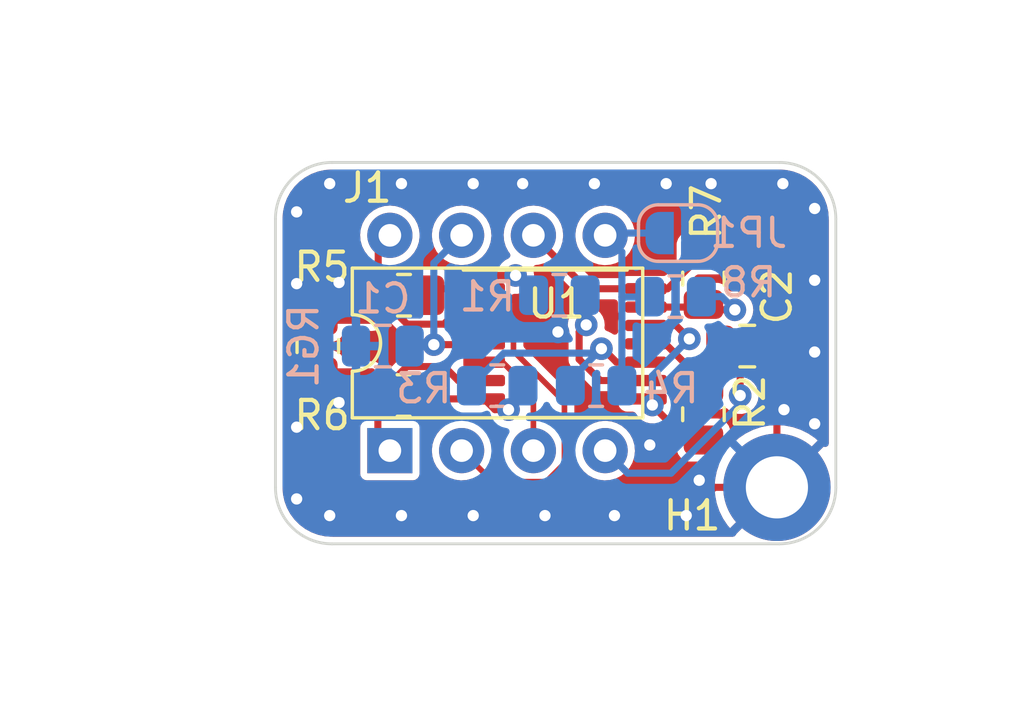
<source format=kicad_pcb>
(kicad_pcb (version 20211014) (generator pcbnew)
  (layers (0 "F.Cu" signal) (31 "B.Cu" signal) (34 "B.Paste" user) (35 "F.Paste" user) (36 "B.SilkS" user "B.Silkscreen") (37 "F.SilkS" user "F.Silkscreen") (38 "B.Mask" user) (39 "F.Mask" user) (44 "Edge.Cuts" user))
  (net 0 "")
  (net 1 "Net-(R1-Pad1)")
  (net 2 "Net-(R1-Pad2)")
  (net 3 "Net-(R2-Pad2)")
  (net 4 "Net-(R6-Pad1)")
  (net 5 "Net-(R3-Pad2)")
  (net 6 "REF")
  (net 7 "RG1")
  (net 8 "RG8")
  (net 9 "Net-(R7-Pad1)")
  (net 10 "Vout")
  (net 11 "GND")
  (net 12 "Vin-")
  (net 13 "Vin+")
  (net 14 "+5V")
  (net 15 "-5V")
  (footprint "Resistor_SMD:R_0805_2012Metric" (layer "F.Cu") (at 120.7875 89.75 180)
    (fp_text reference "R6" (at 2.8875 -0.7) (layer "F.SilkS"))
    (fp_text value "10k")
    (fp_line (start -0.227064 -0.735) (end 0.227064 -0.735) (layer "F.SilkS") (width 0.12))
    (fp_line (start -0.227064 0.735) (end 0.227064 0.735) (layer "F.SilkS") (width 0.12))
    (pad "1" smd roundrect locked (at -0.9125 0 180) (size 1.025 1.4) (layers "F.Cu" "F.Paste" "F.Mask") (roundrect_rratio 0.243902439) (net 4 "Net-(R6-Pad1)"))
    (pad "2" smd roundrect locked (at 0.9125 0 180) (size 1.025 1.4) (layers "F.Cu" "F.Paste" "F.Mask") (roundrect_rratio 0.243902439) (net 7 "RG1"))
  )
  (footprint "Capacitor_SMD:C_0805_2012Metric" (layer "F.Cu") (at 132.95 88)
    (fp_text reference "C2" (at 1.05 -1.75 90) (layer "F.SilkS"))
    (fp_text value "C")
    (fp_line (start -0.261252 -0.735) (end 0.261252 -0.735) (layer "F.SilkS") (width 0.12))
    (fp_line (start -0.261252 0.735) (end 0.261252 0.735) (layer "F.SilkS") (width 0.12))
    (pad "1" smd roundrect locked (at -0.95 0) (size 1 1.45) (layers "F.Cu" "F.Paste" "F.Mask") (net 15 "-5V"))
    (pad "2" smd roundrect locked (at 0.95 0) (size 1 1.45) (layers "F.Cu" "F.Paste" "F.Mask") (net 11 "GND"))
  )
  (footprint "Resistor_SMD:R_0805_2012Metric" (layer "F.Cu") (at 120.8 86.2)
    (fp_text reference "R5" (at -2.9 -1) (layer "F.SilkS"))
    (fp_text value "10k")
    (fp_line (start -0.227064 0.735) (end 0.227064 0.735) (layer "F.SilkS") (width 0.12))
    (fp_line (start -0.227064 -0.735) (end 0.227064 -0.735) (layer "F.SilkS") (width 0.12))
    (pad "1" smd roundrect locked (at -0.9125 0) (size 1.025 1.4) (layers "F.Cu" "F.Paste" "F.Mask") (roundrect_rratio 0.243902439) (net 8 "RG8"))
    (pad "2" smd roundrect locked (at 0.9125 0) (size 1.025 1.4) (layers "F.Cu" "F.Paste" "F.Mask") (roundrect_rratio 0.243902439) (net 1 "Net-(R1-Pad1)"))
  )
  (footprint "Resistor_SMD:R_0805_2012Metric" (layer "F.Cu") (at 131.4 90.4125 -90)
    (fp_text reference "R2" (at -0.4125 -1.65 90) (layer "F.SilkS"))
    (fp_text value "10k")
    (fp_line (start -0.227064 -0.735) (end 0.227064 -0.735) (layer "F.SilkS") (width 0.12))
    (fp_line (start -0.227064 0.735) (end 0.227064 0.735) (layer "F.SilkS") (width 0.12))
    (pad "1" smd roundrect locked (at -0.9125 0 270) (size 1.025 1.4) (layers "F.Cu" "F.Paste" "F.Mask") (roundrect_rratio 0.243902439) (net 2 "Net-(R1-Pad2)"))
    (pad "2" smd roundrect locked (at 0.9125 0 270) (size 1.025 1.4) (layers "F.Cu" "F.Paste" "F.Mask") (roundrect_rratio 0.243902439) (net 3 "Net-(R2-Pad2)"))
  )
  (footprint "Package_SO:TSSOP-14_4.4x5mm_P0.65mm" (layer "F.Cu") (at 126.5 87.92)
    (fp_text reference "U1" (at -0.3 -1.42) (layer "F.SilkS"))
    (fp_text value "TL084")
    (fp_line (start 0 2.61) (end -2.2 2.61) (layer "F.SilkS") (width 0.12))
    (fp_line (start 0 -2.61) (end -3.6 -2.61) (layer "F.SilkS") (width 0.12))
    (fp_line (start 0 2.61) (end 2.2 2.61) (layer "F.SilkS") (width 0.12))
    (fp_line (start 0 -2.61) (end 2.2 -2.61) (layer "F.SilkS") (width 0.12))
    (pad "1" smd roundrect locked (at -2.8625 -1.95) (size 1.475 0.4) (layers "F.Cu" "F.Paste" "F.Mask") (net 1 "Net-(R1-Pad1)"))
    (pad "2" smd roundrect locked (at -2.8625 -1.3) (size 1.475 0.4) (layers "F.Cu" "F.Paste" "F.Mask") (net 8 "RG8"))
    (pad "3" smd roundrect locked (at -2.8625 -0.65) (size 1.475 0.4) (layers "F.Cu" "F.Paste" "F.Mask") (net 12 "Vin-"))
    (pad "4" smd roundrect locked (at -2.8625 0) (size 1.475 0.4) (layers "F.Cu" "F.Paste" "F.Mask") (net 14 "+5V"))
    (pad "5" smd roundrect locked (at -2.8625 0.65) (size 1.475 0.4) (layers "F.Cu" "F.Paste" "F.Mask") (net 13 "Vin+"))
    (pad "6" smd roundrect locked (at -2.8625 1.3) (size 1.475 0.4) (layers "F.Cu" "F.Paste" "F.Mask") (net 7 "RG1"))
    (pad "7" smd roundrect locked (at -2.8625 1.95) (size 1.475 0.4) (layers "F.Cu" "F.Paste" "F.Mask") (net 4 "Net-(R6-Pad1)"))
    (pad "8" smd roundrect locked (at 2.8625 1.95) (size 1.475 0.4) (layers "F.Cu" "F.Paste" "F.Mask") (net 3 "Net-(R2-Pad2)"))
    (pad "9" smd roundrect locked (at 2.8625 1.3) (size 1.475 0.4) (layers "F.Cu" "F.Paste" "F.Mask") (net 2 "Net-(R1-Pad2)"))
    (pad "10" smd roundrect locked (at 2.8625 0.65) (size 1.475 0.4) (layers "F.Cu" "F.Paste" "F.Mask") (net 5 "Net-(R3-Pad2)"))
    (pad "11" smd roundrect locked (at 2.8625 0) (size 1.475 0.4) (layers "F.Cu" "F.Paste" "F.Mask") (net 15 "-5V"))
    (pad "12" smd roundrect locked (at 2.8625 -0.65) (size 1.475 0.4) (layers "F.Cu" "F.Paste" "F.Mask") (net 3 "Net-(R2-Pad2)"))
    (pad "13" smd roundrect locked (at 2.8625 -1.3) (size 1.475 0.4) (layers "F.Cu" "F.Paste" "F.Mask") (net 9 "Net-(R7-Pad1)"))
    (pad "14" smd roundrect locked (at 2.8625 -1.95) (size 1.475 0.4) (layers "F.Cu" "F.Paste" "F.Mask") (net 10 "Vout"))
  )
  (footprint "Resistor_SMD:R_0805_2012Metric" (layer "F.Cu") (at 117.75 88 -90)
    (fp_text reference "RG1" (at 0 0.5 -270) (layer "B.SilkS") (effects (justify mirror)))
    (fp_text value "R")
    (fp_line (start -0.227064 0.735) (end 0.227064 0.735) (layer "F.SilkS") (width 0.12))
    (fp_line (start -0.227064 -0.735) (end 0.227064 -0.735) (layer "F.SilkS") (width 0.12))
    (pad "1" smd roundrect locked (at -0.9125 0 270) (size 1.025 1.4) (layers "F.Cu" "F.Paste" "F.Mask") (roundrect_rratio 0.243902439) (net 8 "RG8"))
    (pad "2" smd roundrect locked (at 0.9125 0 270) (size 1.025 1.4) (layers "F.Cu" "F.Paste" "F.Mask") (roundrect_rratio 0.243902439) (net 7 "RG1"))
  )
  (footprint "MountingHole:MountingHole_2.2mm_M2_DIN965_Pad" (layer "F.Cu") (at 134 93)
    (fp_text reference "H1" (at -3 1) (layer "F.SilkS"))
    (fp_text value "MountingHole_Pad")
    (pad "1" thru_hole circle locked (at 0 0) (size 3.8 3.8) (drill 2.2) (layers *.Cu *.Mask) (net 11 "GND"))
  )
  (footprint "Package_DIP:DIP-8_W7.62mm" (layer "F.Cu") (at 120.3 91.7 90)
    (fp_text reference "J1" (at 9.3 -0.8 180) (layer "F.SilkS"))
    (fp_text value "Conn_02x04_Counter_Clockwise")
    (fp_line (start 1.16 8.95) (end 6.46 8.95) (layer "F.SilkS") (width 0.12))
    (fp_line (start 6.46 -1.33) (end 4.81 -1.33) (layer "F.SilkS") (width 0.12))
    (fp_line (start 6.46 8.95) (end 6.46 -1.33) (layer "F.SilkS") (width 0.12))
    (fp_line (start 1.16 -1.33) (end 1.16 8.95) (layer "F.SilkS") (width 0.12))
    (fp_line (start 2.81 -1.33) (end 1.16 -1.33) (layer "F.SilkS") (width 0.12))
    (fp_arc (start 4.81 -1.33) (mid 3.81 -0.33) (end 2.81 -1.33) (layer "F.SilkS") (width 0.12))
    (pad "1" thru_hole rect locked (at 0 0 90) (size 1.6 1.6) (drill 0.8) (layers *.Cu *.Mask) (net 7 "RG1"))
    (pad "2" thru_hole oval locked (at 0 2.54 90) (size 1.6 1.6) (drill 0.8) (layers *.Cu *.Mask) (net 12 "Vin-"))
    (pad "3" thru_hole oval locked (at 0 5.08 90) (size 1.6 1.6) (drill 0.8) (layers *.Cu *.Mask) (net 13 "Vin+"))
    (pad "4" thru_hole oval locked (at 0 7.62 90) (size 1.6 1.6) (drill 0.8) (layers *.Cu *.Mask) (net 15 "-5V"))
    (pad "5" thru_hole oval locked (at 7.62 7.62 90) (size 1.6 1.6) (drill 0.8) (layers *.Cu *.Mask) (net 6 "REF"))
    (pad "6" thru_hole oval locked (at 7.62 5.08 90) (size 1.6 1.6) (drill 0.8) (layers *.Cu *.Mask) (net 10 "Vout"))
    (pad "7" thru_hole oval locked (at 7.62 2.54 90) (size 1.6 1.6) (drill 0.8) (layers *.Cu *.Mask) (net 14 "+5V"))
    (pad "8" thru_hole oval locked (at 7.62 0 90) (size 1.6 1.6) (drill 0.8) (layers *.Cu *.Mask) (net 8 "RG8"))
  )
  (footprint "Resistor_SMD:R_0805_2012Metric" (layer "F.Cu") (at 131.4 85.6125 90)
    (fp_text reference "R7" (at 2.3625 0.1 90) (layer "F.SilkS"))
    (fp_text value "10k")
    (fp_line (start -0.227064 -0.735) (end 0.227064 -0.735) (layer "F.SilkS") (width 0.12))
    (fp_line (start -0.227064 0.735) (end 0.227064 0.735) (layer "F.SilkS") (width 0.12))
    (pad "1" smd roundrect locked (at -0.9125 0 90) (size 1.025 1.4) (layers "F.Cu" "F.Paste" "F.Mask") (roundrect_rratio 0.243902439) (net 9 "Net-(R7-Pad1)"))
    (pad "2" smd roundrect locked (at 0.9125 0 90) (size 1.025 1.4) (layers "F.Cu" "F.Paste" "F.Mask") (roundrect_rratio 0.243902439) (net 10 "Vout"))
  )
  (footprint "Resistor_SMD:R_0805_2012Metric" (layer "B.Cu") (at 127.6 89.4)
    (fp_text reference "R4" (at 2.65 0.1) (layer "B.SilkS") (effects (justify mirror)))
    (fp_text value "10k")
    (fp_line (start -0.227064 -0.735) (end 0.227064 -0.735) (layer "B.SilkS") (width 0.12))
    (fp_line (start -0.227064 0.735) (end 0.227064 0.735) (layer "B.SilkS") (width 0.12))
    (pad "1" smd roundrect locked (at -0.9125 0) (size 1.025 1.4) (layers "B.Cu" "B.Paste" "B.Mask") (roundrect_rratio 0.243902439) (net 5 "Net-(R3-Pad2)"))
    (pad "2" smd roundrect locked (at 0.9125 0) (size 1.025 1.4) (layers "B.Cu" "B.Paste" "B.Mask") (roundrect_rratio 0.243902439) (net 6 "REF"))
  )
  (footprint "Resistor_SMD:R_0805_2012Metric" (layer "B.Cu") (at 126.3 86.2)
    (fp_text reference "R1" (at -2.55 0.05) (layer "B.SilkS") (effects (justify mirror)))
    (fp_text value "10k")
    (fp_line (start -0.227064 -0.735) (end 0.227064 -0.735) (layer "B.SilkS") (width 0.12))
    (fp_line (start -0.227064 0.735) (end 0.227064 0.735) (layer "B.SilkS") (width 0.12))
    (pad "1" smd roundrect locked (at -0.9125 0) (size 1.025 1.4) (layers "B.Cu" "B.Paste" "B.Mask") (roundrect_rratio 0.243902439) (net 1 "Net-(R1-Pad1)"))
    (pad "2" smd roundrect locked (at 0.9125 0) (size 1.025 1.4) (layers "B.Cu" "B.Paste" "B.Mask") (roundrect_rratio 0.243902439) (net 2 "Net-(R1-Pad2)"))
  )
  (footprint "Capacitor_SMD:C_0805_2012Metric" (layer "B.Cu") (at 120.05 88 180)
    (fp_text reference "C1" (at 0 1.68) (layer "B.SilkS") (effects (justify mirror)))
    (fp_text value "C")
    (fp_line (start -0.261252 -0.735) (end 0.261252 -0.735) (layer "B.SilkS") (width 0.12))
    (fp_line (start -0.261252 0.735) (end 0.261252 0.735) (layer "B.SilkS") (width 0.12))
    (pad "1" smd roundrect locked (at -0.95 0 180) (size 1 1.45) (layers "B.Cu" "B.Paste" "B.Mask") (net 14 "+5V"))
    (pad "2" smd roundrect locked (at 0.95 0 180) (size 1 1.45) (layers "B.Cu" "B.Paste" "B.Mask") (net 11 "GND"))
  )
  (footprint "Jumper:SolderJumper-2_P1.3mm_Open_RoundedPad1.0x1.5mm" (layer "B.Cu") (at 130.5 84)
    (fp_text reference "JP1" (at 2.5 0) (layer "B.SilkS") (effects (justify mirror)))
    (fp_text value "SolderJumper_2_Open")
    (fp_line (start -1.4 -0.3) (end -1.4 0.3) (layer "B.SilkS") (width 0.12))
    (fp_line (start -0.7 1) (end 0.7 1) (layer "B.SilkS") (width 0.12))
    (fp_line (start 0.7 -1) (end -0.7 -1) (layer "B.SilkS") (width 0.12))
    (fp_line (start 1.4 0.3) (end 1.4 -0.3) (layer "B.SilkS") (width 0.12))
    (fp_arc (start 0.7 -1) (mid 1.194975 -0.794975) (end 1.4 -0.3) (layer "B.SilkS") (width 0.12))
    (fp_arc (start -0.7 1) (mid -1.194975 0.794975) (end -1.4 0.3) (layer "B.SilkS") (width 0.12))
    (fp_arc (start -1.4 -0.3) (mid -1.194975 -0.794975) (end -0.7 -1) (layer "B.SilkS") (width 0.12))
    (fp_arc (start 1.4 0.3) (mid 1.194975 0.794975) (end 0.7 1) (layer "B.SilkS") (width 0.12))
    (pad "1" smd custom locked (at -0.65 0) (size 1 0.5) (layers "B.Cu" "B.Mask") (net 6 "REF") (options (clearance outline) (anchor rect)) (primitives (gr_circle (center 0 -0.25) (end 0.5 -0.25) (width 0) (fill yes)) (gr_circle (center 0 0.25) (end 0.5 0.25) (width 0) (fill yes)) (gr_poly (pts (xy 0.5 0.75) (xy 0 0.75) (xy 0 -0.75) (xy 0.5 -0.75)) (width 0) (fill yes))))
    (pad "2" smd custom locked (at 0.65 0) (size 1 0.5) (layers "B.Cu" "B.Mask") (net 11 "GND") (options (clearance outline) (anchor rect)) (primitives (gr_circle (center 0 -0.25) (end 0.5 -0.25) (width 0) (fill yes)) (gr_circle (center 0 0.25) (end 0.5 0.25) (width 0) (fill yes)) (gr_poly (pts (xy 0 0.75) (xy -0.5 0.75) (xy -0.5 -0.75) (xy 0 -0.75)) (width 0) (fill yes))))
  )
  (footprint "Resistor_SMD:R_0805_2012Metric" (layer "B.Cu") (at 124.1 89.4 180)
    (fp_text reference "R3" (at 2.6 -0.1) (layer "B.SilkS") (effects (justify mirror)))
    (fp_text value "10k")
    (fp_line (start -0.227064 0.735) (end 0.227064 0.735) (layer "B.SilkS") (width 0.12))
    (fp_line (start -0.227064 -0.735) (end 0.227064 -0.735) (layer "B.SilkS") (width 0.12))
    (pad "1" smd roundrect locked (at -0.9125 0 180) (size 1.025 1.4) (layers "B.Cu" "B.Paste" "B.Mask") (roundrect_rratio 0.243902439) (net 4 "Net-(R6-Pad1)"))
    (pad "2" smd roundrect locked (at 0.9125 0 180) (size 1.025 1.4) (layers "B.Cu" "B.Paste" "B.Mask") (roundrect_rratio 0.243902439) (net 5 "Net-(R3-Pad2)"))
  )
  (footprint "Resistor_SMD:R_0805_2012Metric" (layer "B.Cu") (at 130.4125 86.25)
    (fp_text reference "R8" (at 2.5875 -0.5) (layer "B.SilkS") (effects (justify mirror)))
    (fp_text value "10k")
    (fp_line (start -0.227064 0.735) (end 0.227064 0.735) (layer "B.SilkS") (width 0.12))
    (fp_line (start -0.227064 -0.735) (end 0.227064 -0.735) (layer "B.SilkS") (width 0.12))
    (pad "1" smd roundrect locked (at -0.9125 0) (size 1.025 1.4) (layers "B.Cu" "B.Paste" "B.Mask") (roundrect_rratio 0.243902439) (net 6 "REF"))
    (pad "2" smd roundrect locked (at 0.9125 0) (size 1.025 1.4) (layers "B.Cu" "B.Paste" "B.Mask") (roundrect_rratio 0.243902439) (net 9 "Net-(R7-Pad1)"))
  )
  (gr_line (start 116.25 83.5) (end 116.25 93) (layer "Edge.Cuts") (width 0.1))
  (gr_line (start 118.25 81.5) (end 134.085786 81.5) (layer "Edge.Cuts") (width 0.1))
  (gr_arc (start 136.085786 93) (mid 135.5 94.414214) (end 134.085786 95) (layer "Edge.Cuts") (width 0.1))
  (gr_arc (start 116.25 83.5) (mid 116.835786 82.085786) (end 118.25 81.5) (layer "Edge.Cuts") (width 0.1))
  (gr_line (start 136.085786 93) (end 136.085786 83.5) (layer "Edge.Cuts") (width 0.1))
  (gr_line (start 118.25 95) (end 134.085786 95) (layer "Edge.Cuts") (width 0.1))
  (gr_arc (start 118.25 95) (mid 116.835786 94.414214) (end 116.25 93) (layer "Edge.Cuts") (width 0.1))
  (gr_arc (start 134.085786 81.5) (mid 135.5 82.085786) (end 136.085786 83.5) (layer "Edge.Cuts") (width 0.1))
  (segment (start 124.75 85.5) (end 124.1075 85.5) (width 0.25) (layer "F.Cu") (net 1))
  (segment (start 121.9425 85.97) (end 121.7125 86.2) (width 0.25) (layer "F.Cu") (net 1))
  (segment (start 123.6375 85.97) (end 121.9425 85.97) (width 0.25) (layer "F.Cu") (net 1))
  (segment (start 124.1075 85.5) (end 123.6375 85.97) (width 0.25) (layer "F.Cu") (net 1))
  (via (at 124.75 85.5) (size 0.8) (drill 0.4) (layers "F.Cu" "B.Cu") (net 1))
  (segment (start 125.3875 86.2) (end 125.3875 86.1375) (width 0.25) (layer "B.Cu") (net 1))
  (segment (start 125.3875 86.1375) (end 124.75 85.5) (width 0.25) (layer "B.Cu") (net 1))
  (segment (start 127 88.47) (end 127 87.5) (width 0.25) (layer "F.Cu") (net 2))
  (segment (start 129.3625 89.22) (end 127.75 89.22) (width 0.25) (layer "F.Cu") (net 2))
  (segment (start 129.3625 89.22) (end 131.12 89.22) (width 0.25) (layer "F.Cu") (net 2))
  (segment (start 127 87.5) (end 127.25 87.25) (width 0.25) (layer "F.Cu") (net 2))
  (segment (start 131.12 89.22) (end 131.4 89.5) (width 0.25) (layer "F.Cu") (net 2))
  (segment (start 127.75 89.22) (end 127 88.47) (width 0.25) (layer "F.Cu") (net 2))
  (via (at 127.25 87.25) (size 0.8) (drill 0.4) (layers "F.Cu" "B.Cu") (net 2))
  (segment (start 127.25 87.25) (end 127.25 86.2375) (width 0.25) (layer "B.Cu") (net 2))
  (segment (start 127.25 86.2375) (end 127.2125 86.2) (width 0.25) (layer "B.Cu") (net 2))
  (segment (start 131.4 91.325) (end 130.8175 91.325) (width 0.25) (layer "F.Cu") (net 3))
  (segment (start 130.42635 87.27) (end 130.9005 87.74415) (width 0.25) (layer "F.Cu") (net 3))
  (segment (start 129.3625 87.27) (end 130.42635 87.27) (width 0.25) (layer "F.Cu") (net 3))
  (segment (start 130.8175 91.325) (end 129.3625 89.87) (width 0.25) (layer "F.Cu") (net 3))
  (via (at 130.9005 87.74415) (size 0.8) (drill 0.4) (layers "F.Cu" "B.Cu") (net 3))
  (via (at 129.59121 90.085485) (size 0.8) (drill 0.4) (layers "F.Cu" "B.Cu") (net 3))
  (segment (start 129.59121 89.05344) (end 129.59121 90.085485) (width 0.25) (layer "B.Cu") (net 3))
  (segment (start 130.9005 87.74415) (end 129.59121 89.05344) (width 0.25) (layer "B.Cu") (net 3))
  (segment (start 124.5 90.25) (end 124.0175 90.25) (width 0.25) (layer "F.Cu") (net 4))
  (segment (start 124.0175 90.25) (end 123.6375 89.87) (width 0.25) (layer "F.Cu") (net 4))
  (segment (start 121.7 89.4) (end 122.17 89.87) (width 0.25) (layer "F.Cu") (net 4))
  (segment (start 122.17 89.87) (end 123.6375 89.87) (width 0.25) (layer "F.Cu") (net 4))
  (via (at 124.5 90.25) (size 0.8) (drill 0.4) (layers "F.Cu" "B.Cu") (net 4))
  (segment (start 125.0125 89.7375) (end 124.5 90.25) (width 0.25) (layer "B.Cu") (net 4))
  (segment (start 125.0125 89.4) (end 125.0125 89.7375) (width 0.25) (layer "B.Cu") (net 4))
  (segment (start 128.32 88.57) (end 129.3625 88.57) (width 0.25) (layer "F.Cu") (net 5))
  (segment (start 127.788 88.092353) (end 127.842353 88.092353) (width 0.25) (layer "F.Cu") (net 5))
  (segment (start 127.842353 88.092353) (end 128.32 88.57) (width 0.25) (layer "F.Cu") (net 5))
  (via (at 127.788 88.092353) (size 0.8) (drill 0.4) (layers "F.Cu" "B.Cu") (net 5))
  (segment (start 127.630353 88.25) (end 124.3375 88.25) (width 0.25) (layer "B.Cu") (net 5))
  (segment (start 127.788 88.092353) (end 127.630353 88.25) (width 0.25) (layer "B.Cu") (net 5))
  (segment (start 126.6875 89.4) (end 126.6875 89.192853) (width 0.25) (layer "B.Cu") (net 5))
  (segment (start 124.3375 88.25) (end 123.1875 89.4) (width 0.25) (layer "B.Cu") (net 5))
  (segment (start 126.6875 89.192853) (end 127.788 88.092353) (width 0.25) (layer "B.Cu") (net 5))
  (segment (start 128.5125 89.4) (end 128.5125 86.2625) (width 0.25) (layer "B.Cu") (net 6))
  (segment (start 129.85 84) (end 128 84) (width 0.25) (layer "B.Cu") (net 6))
  (segment (start 129.5 86.25) (end 129.4875 86.2625) (width 0.25) (layer "B.Cu") (net 6))
  (segment (start 129.4875 86.2625) (end 128.5125 86.2625) (width 0.25) (layer "B.Cu") (net 6))
  (segment (start 128.5125 86.2625) (end 128.5125 84.6725) (width 0.25) (layer "B.Cu") (net 6))
  (segment (start 128.5125 84.6725) (end 127.92 84.08) (width 0.25) (layer "B.Cu") (net 6))
  (segment (start 128 84) (end 127.92 84.08) (width 0.25) (layer "B.Cu") (net 6))
  (segment (start 119.875 89.75) (end 119.875 89.125) (width 0.25) (layer "F.Cu") (net 7))
  (segment (start 119.6625 88.9125) (end 117.75 88.9125) (width 0.25) (layer "F.Cu") (net 7))
  (segment (start 119.875 91.275) (end 120.3 91.7) (width 0.25) (layer "F.Cu") (net 7))
  (segment (start 123.6375 89.22) (end 122.72 89.22) (width 0.25) (layer "F.Cu") (net 7))
  (segment (start 122.22548 88.72548) (end 120.89952 88.72548) (width 0.25) (layer "F.Cu") (net 7))
  (segment (start 119.875 89.125) (end 119.6625 88.9125) (width 0.25) (layer "F.Cu") (net 7))
  (segment (start 120.89952 88.72548) (end 119.875 89.75) (width 0.25) (layer "F.Cu") (net 7))
  (segment (start 122.72 89.22) (end 122.22548 88.72548) (width 0.25) (layer "F.Cu") (net 7))
  (segment (start 119.875 89.4) (end 119.875 91.275) (width 0.25) (layer "F.Cu") (net 7))
  (segment (start 119.8875 86.2) (end 119.8875 84.4925) (width 0.25) (layer "F.Cu") (net 8))
  (segment (start 122.817493 86.62) (end 122.212973 87.22452) (width 0.25) (layer "F.Cu") (net 8))
  (segment (start 120.91202 87.22452) (end 119.8875 86.2) (width 0.25) (layer "F.Cu") (net 8))
  (segment (start 122.212973 87.22452) (end 120.91202 87.22452) (width 0.25) (layer "F.Cu") (net 8))
  (segment (start 119.8875 86.8625) (end 119.6625 87.0875) (width 0.25) (layer "F.Cu") (net 8))
  (segment (start 123.6375 86.62) (end 122.817493 86.62) (width 0.25) (layer "F.Cu") (net 8))
  (segment (start 119.8875 86.2) (end 119.8875 86.8625) (width 0.25) (layer "F.Cu") (net 8))
  (segment (start 119.6625 87.0875) (end 117.75 87.0875) (width 0.25) (layer "F.Cu") (net 8))
  (segment (start 119.8875 84.4925) (end 120.3 84.08) (width 0.25) (layer "F.Cu") (net 8))
  (segment (start 129.3625 86.62) (end 131.305 86.62) (width 0.25) (layer "F.Cu") (net 9))
  (segment (start 131.591523 86.716523) (end 131.4 86.525) (width 0.25) (layer "F.Cu") (net 9))
  (segment (start 132.510799 86.716523) (end 131.591523 86.716523) (width 0.25) (layer "F.Cu") (net 9))
  (segment (start 131.305 86.62) (end 131.4 86.525) (width 0.25) (layer "F.Cu") (net 9))
  (via (at 132.510799 86.716523) (size 0.8) (drill 0.4) (layers "F.Cu" "B.Cu") (net 9))
  (segment (start 132.044276 86.25) (end 132.510799 86.716523) (width 0.25) (layer "B.Cu") (net 9))
  (segment (start 131.325 86.25) (end 132.044276 86.25) (width 0.25) (layer "B.Cu") (net 9))
  (segment (start 129.3625 85.97) (end 127.27 85.97) (width 0.25) (layer "F.Cu") (net 10))
  (segment (start 129.3625 85.97) (end 130.13 85.97) (width 0.25) (layer "F.Cu") (net 10))
  (segment (start 130.13 85.97) (end 131.4 84.7) (width 0.25) (layer "F.Cu") (net 10))
  (segment (start 127.27 85.97) (end 125.38 84.08) (width 0.25) (layer "F.Cu") (net 10))
  (segment (start 134 93) (end 134 90.5) (width 0.25) (layer "F.Cu") (net 11))
  (segment (start 134 90.5) (end 134.25 90.25) (width 0.25) (layer "F.Cu") (net 11))
  (segment (start 131.79 93) (end 130.79 94) (width 0.25) (layer "F.Cu") (net 11))
  (segment (start 134 93) (end 131.79 93) (width 0.25) (layer "F.Cu") (net 11))
  (via (at 117 83.25) (size 0.8) (drill 0.4) (layers "F.Cu" "B.Cu") (net 11))
  (via (at 130.08 82.25) (size 0.8) (drill 0.4) (layers "F.Cu" "B.Cu") (net 11))
  (via (at 123.25 94) (size 0.8) (drill 0.4) (layers "F.Cu" "B.Cu") (net 11))
  (via (at 123.25 82.25) (size 0.8) (drill 0.4) (layers "F.Cu" "B.Cu") (net 11))
  (via (at 128.25 94) (size 0.8) (drill 0.4) (layers "F.Cu" "B.Cu") (net 11))
  (via (at 127.54 82.25) (size 0.8) (drill 0.4) (layers "F.Cu" "B.Cu") (net 11))
  (via (at 120.71 82.25) (size 0.8) (drill 0.4) (layers "F.Cu" "B.Cu") (net 11))
  (via (at 125 82.25) (size 0.8) (drill 0.4) (layers "F.Cu" "B.Cu") (net 11))
  (via (at 135.335786 85.67) (size 0.8) (drill 0.4) (layers "F.Cu" "B.Cu") (net 11))
  (via (at 126.25 87.5) (size 0.8) (drill 0.4) (layers "F.Cu" "B.Cu") (net 11))
  (via (at 131.67 82.25) (size 0.8) (drill 0.4) (layers "F.Cu" "B.Cu") (net 11))
  (via (at 130.79 94) (size 0.8) (drill 0.4) (layers "F.Cu" "B.Cu") (net 11))
  (via (at 134.21 82.25) (size 0.8) (drill 0.4) (layers "F.Cu" "B.Cu") (net 11))
  (via (at 120.71 94) (size 0.8) (drill 0.4) (layers "F.Cu" "B.Cu") (net 11))
  (via (at 117 90.87) (size 0.8) (drill 0.4) (layers "F.Cu" "B.Cu") (net 11))
  (via (at 117 93.41) (size 0.8) (drill 0.4) (layers "F.Cu" "B.Cu") (net 11))
  (via (at 129.5 91.5) (size 0.8) (drill 0.4) (layers "F.Cu" "B.Cu") (net 11))
  (via (at 118.17 82.25) (size 0.8) (drill 0.4) (layers "F.Cu" "B.Cu") (net 11))
  (via (at 131.25 92.75) (size 0.8) (drill 0.4) (layers "F.Cu" "B.Cu") (net 11))
  (via (at 118.17 94) (size 0.8) (drill 0.4) (layers "F.Cu" "B.Cu") (net 11))
  (via (at 135.335786 88.21) (size 0.8) (drill 0.4) (layers "F.Cu" "B.Cu") (net 11))
  (via (at 125.79 94) (size 0.8) (drill 0.4) (layers "F.Cu" "B.Cu") (net 11))
  (via (at 134.25 90.25) (size 0.8) (drill 0.4) (layers "F.Cu" "B.Cu") (net 11))
  (via (at 118.5 90) (size 0.8) (drill 0.4) (layers "F.Cu" "B.Cu") (net 11))
  (via (at 117 85.79) (size 0.8) (drill 0.4) (layers "F.Cu" "B.Cu") (net 11))
  (via (at 135.335786 83.13) (size 0.8) (drill 0.4) (layers "F.Cu" "B.Cu") (net 11))
  (via (at 118.5 85.75) (size 0.8) (drill 0.4) (layers "F.Cu" "B.Cu") (net 11))
  (via (at 135.335786 90.75) (size 0.8) (drill 0.4) (layers "F.Cu" "B.Cu") (net 11))
  (segment (start 123.939511 92.799511) (end 125.835433 92.799511) (width 0.2) (layer "F.Cu") (net 12))
  (segment (start 122.84 91.7) (end 123.939511 92.799511) (width 0.2) (layer "F.Cu") (net 12))
  (segment (start 124.67452 88.17452) (end 124.67452 87.654514) (width 0.2) (layer "F.Cu") (net 12))
  (segment (start 126.479511 89.979511) (end 124.67452 88.17452) (width 0.2) (layer "F.Cu") (net 12))
  (segment (start 125.835433 92.799511) (end 126.479511 92.155433) (width 0.2) (layer "F.Cu") (net 12))
  (segment (start 126.479511 92.155433) (end 126.479511 89.979511) (width 0.2) (layer "F.Cu") (net 12))
  (segment (start 124.67452 87.654514) (end 124.290006 87.27) (width 0.2) (layer "F.Cu") (net 12))
  (segment (start 124.290006 87.27) (end 123.6375 87.27) (width 0.2) (layer "F.Cu") (net 12))
  (segment (start 124.290006 88.57) (end 125.38 89.659994) (width 0.2) (layer "F.Cu") (net 13))
  (segment (start 125.38 89.659994) (end 125.38 91.7) (width 0.2) (layer "F.Cu") (net 13))
  (segment (start 123.6375 88.57) (end 124.290006 88.57) (width 0.2) (layer "F.Cu") (net 13))
  (segment (start 123.60848 87.94902) (end 123.6375 87.92) (width 0.25) (layer "F.Cu") (net 14))
  (segment (start 121.855645 87.94902) (end 123.60848 87.94902) (width 0.25) (layer "F.Cu") (net 14))
  (via (at 121.855645 87.94902) (size 0.8) (drill 0.4) (layers "F.Cu" "B.Cu") (net 14))
  (segment (start 121.855645 87.94902) (end 121.855645 85.064355) (width 0.25) (layer "B.Cu") (net 14))
  (segment (start 121.804665 88) (end 121 88) (width 0.25) (layer "B.Cu") (net 14))
  (segment (start 121.855645 85.064355) (end 122.84 84.08) (width 0.25) (layer "B.Cu") (net 14))
  (segment (start 121.855645 87.94902) (end 121.804665 88) (width 0.25) (layer "B.Cu") (net 14))
  (segment (start 130.44018 88.308444) (end 130.44018 88.30982) (width 0.25) (layer "F.Cu") (net 15))
  (segment (start 131.33702 88.66298) (end 130.793341 88.66298) (width 0.25) (layer "F.Cu") (net 15))
  (segment (start 132 88) (end 131.33702 88.66298) (width 0.25) (layer "F.Cu") (net 15))
  (segment (start 132.6995 88.6995) (end 132 88) (width 0.25) (layer "F.Cu") (net 15))
  (segment (start 129.3625 87.92) (end 130.051736 87.92) (width 0.25) (layer "F.Cu") (net 15))
  (segment (start 130.051736 87.92) (end 130.44018 88.308444) (width 0.25) (layer "F.Cu") (net 15))
  (segment (start 130.324511 88.19415) (end 130.324511 88.192775) (width 0.25) (layer "F.Cu") (net 15))
  (segment (start 129.4425 88) (end 129.3625 87.92) (width 0.25) (layer "F.Cu") (net 15))
  (segment (start 130.44018 88.30982) (end 130.324511 88.19415) (width 0.25) (layer "F.Cu") (net 15))
  (segment (start 132.6995 89.75) (end 132.6995 88.6995) (width 0.25) (layer "F.Cu") (net 15))
  (segment (start 130.793341 88.66298) (end 130.44018 88.30982) (width 0.25) (layer "F.Cu") (net 15))
  (via (at 132.6995 89.75) (size 0.8) (drill 0.4) (layers "F.Cu" "B.Cu") (net 15))
  (segment (start 128.72 92.5) (end 130.25 92.5) (width 0.25) (layer "B.Cu") (net 15))
  (segment (start 132.6995 90.0505) (end 132.6995 89.75) (width 0.25) (layer "B.Cu") (net 15))
  (segment (start 127.92 91.7) (end 128.72 92.5) (width 0.25) (layer "B.Cu") (net 15))
  (segment (start 130.25 92.5) (end 132.6995 90.0505) (width 0.25) (layer "B.Cu") (net 15))
  (zone (net 11) (net_name "GND") (layers F&B.Cu) (connect_pads (clearance 0.25)) (min_thickness 0.25) (fill yes (thermal_gap 0.3) (thermal_bridge_width 0.3))
    (polygon (pts (xy 142.75 100.75) (xy 106.5 100.75) (xy 106.5 75.75) (xy 142.75 75.75)))
  )
)
</source>
